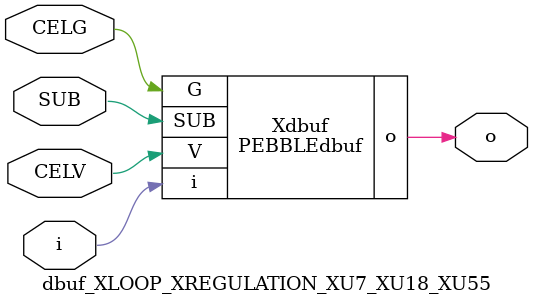
<source format=v>



module PEBBLEdbuf ( o, G, SUB, V, i );

  input V;
  input i;
  input G;
  output o;
  input SUB;
endmodule

//Celera Confidential Do Not Copy dbuf_XLOOP_XREGULATION_XU7_XU18_XU55
//Celera Confidential Symbol Generator
//Digital Buffer
module dbuf_XLOOP_XREGULATION_XU7_XU18_XU55 (CELV,CELG,i,o,SUB);
input CELV;
input CELG;
input i;
input SUB;
output o;

//Celera Confidential Do Not Copy dbuf
PEBBLEdbuf Xdbuf(
.V (CELV),
.i (i),
.o (o),
.SUB (SUB),
.G (CELG)
);
//,diesize,PEBBLEdbuf

//Celera Confidential Do Not Copy Module End
//Celera Schematic Generator
endmodule

</source>
